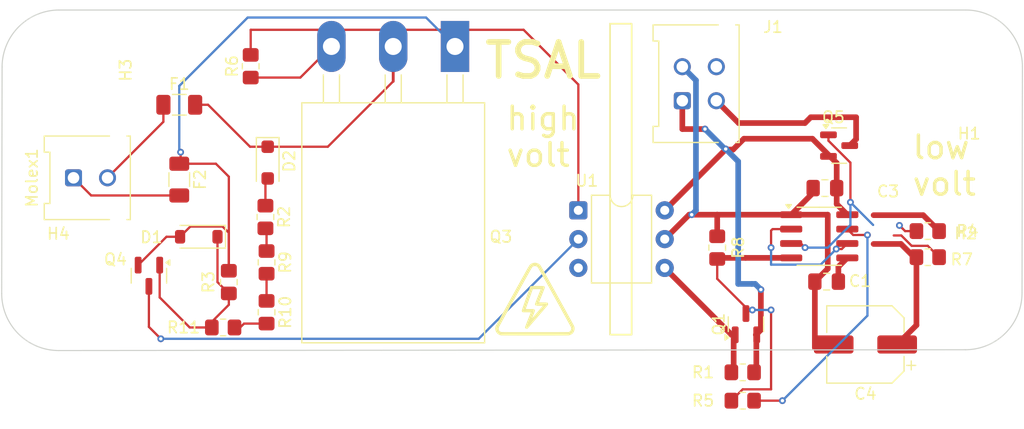
<source format=kicad_pcb>
(kicad_pcb (version 20241229) (generator "pcbnew") (generator_version "9.0")
  (layers (0 "F.Cu" signal) (2 "B.Cu" signal) (13 "F.Paste" user) (15 "B.Paste" user) (5 "F.SilkS" user "F.Silkscreen") (7 "B.SilkS" user "B.Silkscreen") (1 "F.Mask" user) (3 "B.Mask" user) (25 "Edge.Cuts" user))
  (net 0 "")
  (net 1 "Net-(D1-K)")
  (net 2 "/HV-")
  (net 3 "GLV+")
  (net 4 "Net-(Q1-D)")
  (net 5 "Net-(Q1-G)")
  (net 6 "Net-(Q3-S)")
  (net 7 "Net-(Q4-D)")
  (net 8 "Net-(R6-Pad2)")
  (net 10 "Net-(D2-A)")
  (net 11 "/HV+")
  (net 12 "Net-(U2-CV)")
  (net 13 "Light+")
  (net 14 "GND")
  (net 15 "Net-(Q5-G)")
  (net 16 "Net-(U2-THR)")
  (net 18 "Net-(R10-Pad2)")
  (net 19 "Net-(R10-Pad1)")
  (net 20 "Net-(R2-Pad2)")
  (net 21 "Net-(D2-K)")
  (net 22 "Net-(Molex1-Pin_1)")
  (net 23 "Net-(U2-DIS)")
  (footprint "MountingHole:MountingHole_4.3mm_M4" (layer "F.Cu") (at 109 80.5)
    (property "Reference" "H3" (at 5.9 0.3 90) (layer "F.SilkS"))
    (property "Value" "MountingHole")
    (pad "" np_thru_hole circle (at 0 0) (size 4.3 4.3) (drill 4.3) (layers "*.Cu" "*.Mask"))
  )
  (footprint "Resistor_SMD:R_0805_2012Metric_Pad1.20x1.40mm_HandSolder" (layer "F.Cu") (at 127.3282 97.7579 -90)
    (property "Reference" "R9" (at 0 -1.65 90) (layer "F.SilkS"))
    (property "Value" "240k")
    (pad "1" smd roundrect (at -1 0 270) (size 1.2 1.4) (layers "F.Cu" "F.Mask" "F.Paste") (roundrect_rratio 0.208333) (net 20 "Net-(R2-Pad2)"))
    (pad "2" smd roundrect (at 1 0 270) (size 1.2 1.4) (layers "F.Cu" "F.Mask" "F.Paste") (roundrect_rratio 0.208333) (net 19 "Net-(R10-Pad1)"))
  )
  (footprint "Resistor_SMD:R_0805_2012Metric_Pad1.20x1.40mm_HandSolder" (layer "F.Cu") (at 124 99.5 90)
    (property "Reference" "R3" (at 0 -1.8 90) (layer "F.SilkS"))
    (property "Value" "2M")
    (pad "1" smd roundrect (at -1 0 90) (size 1.2 1.4) (layers "F.Cu" "F.Mask" "F.Paste") (roundrect_rratio 0.208333) (net 1 "Net-(D1-K)"))
    (pad "2" smd roundrect (at 1 0 90) (size 1.2 1.4) (layers "F.Cu" "F.Mask" "F.Paste") (roundrect_rratio 0.208333) (net 2 "/HV-"))
  )
  (footprint "Capacitor_SMD:CP_Elec_6.3x5.4" (layer "F.Cu") (at 180.15 105 180)
    (property "Reference" "C4" (at 0 -4.35 0) (layer "F.SilkS"))
    (property "Value" "100uF")
    (pad "1" smd roundrect (at -2.8 0 180) (size 3.5 1.6) (layers "F.Cu" "F.Mask" "F.Paste") (roundrect_rratio 0.15625) (net 16 "Net-(U2-THR)"))
    (pad "2" smd roundrect (at 2.8 0 180) (size 3.5 1.6) (layers "F.Cu" "F.Mask" "F.Paste") (roundrect_rratio 0.15625) (net 14 "GND"))
  )
  (footprint "Connector_Molex:Molex_Micro-Fit_3.0_43045-0212_2x01_P3.00mm_Vertical" (layer "F.Cu") (at 110.3 90.3 90)
    (property "Reference" "Molex1" (at 0 -3.67 90) (layer "F.SilkS"))
    (property "Value" "043045-0212")
    (pad "" np_thru_hole circle (at -3 3.94 90) (size 1.02 1.02) (drill 1.02) (layers "*.Cu" "*.Mask"))
    (pad "" np_thru_hole circle (at 3 3.94 90) (size 1.02 1.02) (drill 1.02) (layers "*.Cu" "*.Mask"))
    (pad "1" thru_hole roundrect (at 0 0 90) (size 1.5 1.5) (drill 1.02) (layers "*.Cu" "*.Mask") (roundrect_rratio 0.166667) (net 22 "Net-(Molex1-Pin_1)"))
    (pad "2" thru_hole circle (at 0 3 90) (size 1.5 1.5) (drill 1.02) (layers "*.Cu" "*.Mask") (net 11 "/HV+"))
  )
  (footprint "Fuse:Fuse_1206_3216Metric" (layer "F.Cu") (at 119.6282 90.4579 -90)
    (property "Reference" "F2" (at 0 -1.83 270) (layer "F.SilkS"))
    (property "Value" "750mA")
    (pad "1" smd roundrect (at -1.4 0 270) (size 1.25 1.75) (layers "F.Cu" "F.Mask" "F.Paste") (roundrect_rratio 0.2) (net 2 "/HV-"))
    (pad "2" smd roundrect (at 1.4 0 270) (size 1.25 1.75) (layers "F.Cu" "F.Mask" "F.Paste") (roundrect_rratio 0.2) (net 22 "Net-(Molex1-Pin_1)"))
  )
  (footprint "Capacitor_SMD:C_0805_2012Metric_Pad1.18x1.45mm_HandSolder" (layer "F.Cu") (at 176.5782 91.2079)
    (property "Reference" "C3" (at 5.5718 0.2921 0) (layer "F.SilkS"))
    (property "Value" "1uF")
    (pad "1" smd roundrect (at -1.0375 0) (size 1.175 1.45) (layers "F.Cu" "F.Mask" "F.Paste") (roundrect_rratio 0.212766) (net 14 "GND"))
    (pad "2" smd roundrect (at 1.0375 0) (size 1.175 1.45) (layers "F.Cu" "F.Mask" "F.Paste") (roundrect_rratio 0.212766) (net 3 "GLV+"))
  )
  (footprint "Resistor_SMD:R_0805_2012Metric_Pad1.20x1.40mm_HandSolder" (layer "F.Cu") (at 169.3282 107.4579 180)
    (property "Reference" "R1" (at 3.5 0 0) (layer "F.SilkS"))
    (property "Value" "2k")
    (pad "1" smd roundrect (at -1 0 180) (size 1.2 1.4) (layers "F.Cu" "F.Mask" "F.Paste") (roundrect_rratio 0.208333) (net 3 "GLV+"))
    (pad "2" smd roundrect (at 1 0 180) (size 1.2 1.4) (layers "F.Cu" "F.Mask" "F.Paste") (roundrect_rratio 0.208333) (net 5 "Net-(Q1-G)"))
  )
  (footprint "Resistor_SMD:R_0805_2012Metric_Pad1.20x1.40mm_HandSolder" (layer "F.Cu") (at 127.2282 93.7579 -90)
    (property "Reference" "R2" (at 0 -1.65 90) (layer "F.SilkS"))
    (property "Value" "240k")
    (pad "1" smd roundrect (at -1 0 270) (size 1.2 1.4) (layers "F.Cu" "F.Mask" "F.Paste") (roundrect_rratio 0.208333) (net 10 "Net-(D2-A)"))
    (pad "2" smd roundrect (at 1 0 270) (size 1.2 1.4) (layers "F.Cu" "F.Mask" "F.Paste") (roundrect_rratio 0.208333) (net 20 "Net-(R2-Pad2)"))
  )
  (footprint "MountingHole:MountingHole_4.3mm_M4" (layer "F.Cu") (at 108.964466 100.535534)
    (property "Reference" "H4" (at 0 -5.3 0) (layer "F.SilkS"))
    (property "Value" "MountingHole")
    (pad "" np_thru_hole circle (at 0 0) (size 4.3 4.3) (drill 4.3) (layers "*.Cu" "*.Mask"))
  )
  (footprint "Capacitor_SMD:C_0805_2012Metric_Pad1.18x1.45mm_HandSolder" (layer "F.Cu") (at 176.7282 99.4579)
    (property "Reference" "C1" (at 2.95 -0.05 0) (layer "F.SilkS"))
    (property "Value" "0.1uF")
    (pad "1" smd roundrect (at -1.0375 0) (size 1.175 1.45) (layers "F.Cu" "F.Mask" "F.Paste") (roundrect_rratio 0.212766) (net 14 "GND"))
    (pad "2" smd roundrect (at 1.0375 0) (size 1.175 1.45) (layers "F.Cu" "F.Mask" "F.Paste") (roundrect_rratio 0.212766) (net 12 "Net-(U2-CV)"))
  )
  (footprint "Diode_SMD:D_SOD-123" (layer "F.Cu") (at 121.35 95.5 180)
    (property "Reference" "D1" (at 4.1782 -0.0421 0) (layer "F.SilkS"))
    (property "Value" "BZT52C12")
    (pad "1" smd roundrect (at -1.65 0 180) (size 0.9 1.2) (layers "F.Cu" "F.Mask" "F.Paste") (net 1 "Net-(D1-K)"))
    (pad "2" smd roundrect (at 1.65 0 180) (size 0.9 1.2) (layers "F.Cu" "F.Mask" "F.Paste") (net 2 "/HV-"))
  )
  (footprint "Resistor_SMD:R_0805_2012Metric_Pad1.20x1.40mm_HandSolder" (layer "F.Cu") (at 123.5 103.5 180)
    (property "Reference" "R11" (at 3.5 0 0) (layer "F.SilkS"))
    (property "Value" "240k")
    (pad "1" smd roundrect (at -1 0 180) (size 1.2 1.4) (layers "F.Cu" "F.Mask" "F.Paste") (roundrect_rratio 0.208333) (net 18 "Net-(R10-Pad2)"))
    (pad "2" smd roundrect (at 1 0 180) (size 1.2 1.4) (layers "F.Cu" "F.Mask" "F.Paste") (roundrect_rratio 0.208333) (net 1 "Net-(D1-K)"))
  )
  (footprint "Package_TO_SOT_SMD:SOT-23" (layer "F.Cu") (at 169.613201 103.2102 90)
    (property "Reference" "Q1" (at 0 -2.4 90) (layer "F.SilkS"))
    (property "Value" "DMP2035U-7")
    (pad "1" smd roundrect (at -0.9375 -0.95 90) (size 1.475 0.6) (layers "F.Cu" "F.Mask" "F.Paste") (net 5 "Net-(Q1-G)"))
    (pad "2" smd roundrect (at -0.9375 0.95 90) (size 1.475 0.6) (layers "F.Cu" "F.Mask" "F.Paste") (net 3 "GLV+"))
    (pad "3" smd roundrect (at 0.9375 0 90) (size 1.475 0.6) (layers "F.Cu" "F.Mask" "F.Paste") (net 4 "Net-(Q1-D)"))
  )
  (footprint "LOGO" (layer "F.Cu") (at 151 101)
    (property "Reference" "G***" (hide yes))
    (property "Value" "LOGO" (hide yes))
  )
  (footprint "MountingHole:MountingHole_4.3mm_M4" (layer "F.Cu") (at 189 100.5)
    (property "Reference" "H2" (at 0 -5.3 0) (layer "F.SilkS"))
    (property "Value" "MountingHole")
    (pad "" np_thru_hole circle (at 0 0) (size 4.3 4.3) (drill 4.3) (layers "*.Cu" "*.Mask"))
  )
  (footprint "Resistor_SMD:R_0805_2012Metric_Pad1.20x1.40mm_HandSolder" (layer "F.Cu") (at 167.0782 96.4579 -90)
    (property "Reference" "R8" (at 0 -1.85 90) (layer "F.SilkS"))
    (property "Value" "1k")
    (pad "1" smd roundrect (at -1 0 270) (size 1.2 1.4) (layers "F.Cu" "F.Mask" "F.Paste") (roundrect_rratio 0.208333) (net 14 "GND"))
    (pad "2" smd roundrect (at 1 0 270) (size 1.2 1.4) (layers "F.Cu" "F.Mask" "F.Paste") (roundrect_rratio 0.208333) (net 4 "Net-(Q1-D)"))
  )
  (footprint "Connector_Molex:Molex_Micro-Fit_3.0_43045-0412_2x02_P3.00mm_Vertical" (layer "F.Cu") (at 164 83.5 90)
    (property "Reference" "J1" (at 6.5 8 180) (layer "F.SilkS"))
    (property "Value" "043045-0412")
    (pad "" np_thru_hole circle (at -3 3.94 90) (size 1.02 1.02) (drill 1.02) (layers "*.Cu" "*.Mask"))
    (pad "" np_thru_hole circle (at 6 3.94 90) (size 1.02 1.02) (drill 1.02) (layers "*.Cu" "*.Mask"))
    (pad "1" thru_hole roundrect (at 0 0 90) (size 1.5 1.5) (drill 1.02) (layers "*.Cu" "*.Mask") (roundrect_rratio 0.166667) (net 3 "GLV+"))
    (pad "2" thru_hole circle (at 3 0 90) (size 1.5 1.5) (drill 1.02) (layers "*.Cu" "*.Mask") (net 14 "GND"))
    (pad "3" thru_hole circle (at 0 3 90) (size 1.5 1.5) (drill 1.02) (layers "*.Cu" "*.Mask") (net 13 "Light+"))
    (pad "4" thru_hole circle (at 3 3 90) (size 1.5 1.5) (drill 1.02) (layers "*.Cu" "*.Mask"))
  )
  (footprint "Resistor_SMD:R_0805_2012Metric_Pad1.20x1.40mm_HandSolder" (layer "F.Cu") (at 127.3282 102.1579 -90)
    (property "Reference" "R10" (at 0 -1.65 90) (layer "F.SilkS"))
    (property "Value" "240k")
    (pad "1" smd roundrect (at -1 0 270) (size 1.2 1.4) (layers "F.Cu" "F.Mask" "F.Paste") (roundrect_rratio 0.208333) (net 19 "Net-(R10-Pad1)"))
    (pad "2" smd roundrect (at 1 0 270) (size 1.2 1.4) (layers "F.Cu" "F.Mask" "F.Paste") (roundrect_rratio 0.208333) (net 18 "Net-(R10-Pad2)"))
  )
  (footprint "Resistor_SMD:R_0805_2012Metric_Pad1.20x1.40mm_HandSolder" (layer "F.Cu") (at 185.65 95)
    (property "Reference" "R4" (at 3.5 0 0) (layer "F.SilkS"))
    (property "Value" "1k")
    (pad "1" smd roundrect (at -1 0) (size 1.2 1.4) (layers "F.Cu" "F.Mask" "F.Paste") (roundrect_rratio 0.208333) (net 15 "Net-(Q5-G)"))
    (pad "2" smd roundrect (at 1 0) (size 1.2 1.4) (layers "F.Cu" "F.Mask" "F.Paste") (roundrect_rratio 0.208333) (net 3 "GLV+"))
  )
  (footprint "Resistor_SMD:R_0805_2012Metric_Pad1.20x1.40mm_HandSolder" (layer "F.Cu") (at 169.3282 109.9579)
    (property "Reference" "R5" (at -3.5 0 0) (layer "F.SilkS"))
    (property "Value" "100")
    (pad "1" smd roundrect (at -1 0) (size 1.2 1.4) (layers "F.Cu" "F.Mask" "F.Paste") (roundrect_rratio 0.208333) (net 4 "Net-(Q1-D)"))
    (pad "2" smd roundrect (at 1 0) (size 1.2 1.4) (layers "F.Cu" "F.Mask" "F.Paste") (roundrect_rratio 0.208333) (net 23 "Net-(U2-DIS)"))
  )
  (footprint "Package_DIP:DIP-6_W7.62mm" (layer "F.Cu") (at 154.8282 93.1679)
    (property "Reference" "U1" (at 0.752 -2.6058 0) (layer "F.SilkS"))
    (property "Value" "H11L1M")
    (pad "1" thru_hole roundrect (at 0 0) (size 1.6 1.6) (drill 0.8) (layers "*.Cu" "*.Mask") (roundrect_rratio 0.15625) (net 8 "Net-(R6-Pad2)"))
    (pad "2" thru_hole circle (at 0 2.54) (size 1.6 1.6) (drill 0.8) (layers "*.Cu" "*.Mask") (net 7 "Net-(Q4-D)"))
    (pad "3" thru_hole circle (at 0 5.08) (size 1.6 1.6) (drill 0.8) (layers "*.Cu" "*.Mask"))
    (pad "4" thru_hole circle (at 7.62 5.08) (size 1.6 1.6) (drill 0.8) (layers "*.Cu" "*.Mask") (net 5 "Net-(Q1-G)"))
    (pad "5" thru_hole circle (at 7.62 2.54) (size 1.6 1.6) (drill 0.8) (layers "*.Cu" "*.Mask") (net 14 "GND"))
    (pad "6" thru_hole circle (at 7.62 0) (size 1.6 1.6) (drill 0.8) (layers "*.Cu" "*.Mask") (net 3 "GLV+"))
  )
  (footprint "Diode_SMD:D_SOD-123F" (layer "F.Cu") (at 127.4282 88.9579 -90)
    (property "Reference" "D2" (at -0.127 -1.905 270) (layer "F.SilkS"))
    (property "Value" "BZT52C51")
    (pad "1" smd roundrect (at -1.4 0 270) (size 1.1 1.1) (layers "F.Cu" "F.Mask" "F.Paste") (roundrect_rratio 0.2272727273) (net 21 "Net-(D2-K)"))
    (pad "2" smd roundrect (at 1.4 0 270) (size 1.1 1.1) (layers "F.Cu" "F.Mask" "F.Paste") (roundrect_rratio 0.2272727273) (net 10 "Net-(D2-A)"))
  )
  (footprint "Fuse:Fuse_1206_3216Metric" (layer "F.Cu") (at 119.6282 83.8579)
    (property "Reference" "F1" (at 0 -1.83 0) (layer "F.SilkS"))
    (property "Value" "750mA")
    (pad "1" smd roundrect (at -1.4 0) (size 1.25 1.75) (layers "F.Cu" "F.Mask" "F.Paste") (roundrect_rratio 0.2) (net 11 "/HV+"))
    (pad "2" smd roundrect (at 1.4 0) (size 1.25 1.75) (layers "F.Cu" "F.Mask" "F.Paste") (roundrect_rratio 0.2) (net 21 "Net-(D2-K)"))
  )
  (footprint "Package_SO:SOIC-8_3.9x4.9mm_P1.27mm" (layer "F.Cu") (at 176.0782 95.4579)
    (property "Reference" "U2" (hide yes))
    (property "Value" "NE555D")
    (pad "1" smd roundrect (at -2.475 -1.905) (size 1.95 0.6) (layers "F.Cu" "F.Mask" "F.Paste") (net 14 "GND"))
    (pad "2" smd roundrect (at -2.475 -0.635) (size 1.95 0.6) (layers "F.Cu" "F.Mask" "F.Paste") (net 16 "Net-(U2-THR)"))
    (pad "3" smd roundrect (at -2.475 0.635) (size 1.95 0.6) (layers "F.Cu" "F.Mask" "F.Paste") (net 15 "Net-(Q5-G)"))
    (pad "4" smd roundrect (at -2.475 1.905) (size 1.95 0.6) (layers "F.Cu" "F.Mask" "F.Paste") (net 4 "Net-(Q1-D)"))
    (pad "5" smd roundrect (at 2.475 1.905) (size 1.95 0.6) (layers "F.Cu" "F.Mask" "F.Paste") (net 12 "Net-(U2-CV)"))
    (pad "6" smd roundrect (at 2.475 0.635) (size 1.95 0.6) (layers "F.Cu" "F.Mask" "F.Paste") (net 16 "Net-(U2-THR)"))
    (pad "7" smd roundrect (at 2.475 -0.635) (size 1.95 0.6) (layers "F.Cu" "F.Mask" "F.Paste") (net 23 "Net-(U2-DIS)"))
    (pad "8" smd roundrect (at 2.475 -1.905) (size 1.95 0.6) (layers "F.Cu" "F.Mask" "F.Paste") (net 3 "GLV+"))
  )
  (footprint "Resistor_SMD:R_0805_2012Metric_Pad1.20x1.40mm_HandSolder" (layer "F.Cu") (at 185.65 97.3)
    (property "Reference" "R7" (at 3 0.2 0) (layer "F.SilkS"))
    (property "Value" "3k")
    (pad "1" smd roundrect (at -1 0) (size 1.2 1.4) (layers "F.Cu" "F.Mask" "F.Paste") (roundrect_rratio 0.208333) (net 16 "Net-(U2-THR)"))
    (pad "2" smd roundrect (at 1 0) (size 1.2 1.4) (layers "F.Cu" "F.Mask" "F.Paste") (roundrect_rratio 0.208333) (net 23 "Net-(U2-DIS)"))
  )
  (footprint "Package_TO_SOT_THT:TO-247-3_Horizontal_TabDown" (layer "F.Cu") (at 143.95 78.7144 180)
    (property "Reference" "Q3" (at -4.05 -16.7856 0) (layer "F.SilkS"))
    (property "Value" "UJ3N065080K3S")
    (pad "" np_thru_hole circle (at 5.45 -19.86 180) (size 3.6 3.6) (drill 3.6) (layers "*.Cu" "*.Mask"))
    (pad "1" thru_hole rect (at 0 0 180) (size 2.5 4.5) (drill 1.5) (layers "*.Cu" "*.Mask") (net 2 "/HV-"))
    (pad "2" thru_hole oval (at 5.45 0 180) (size 2.5 4.5) (drill 1.5) (layers "*.Cu" "*.Mask") (net 21 "Net-(D2-K)"))
    (pad "3" thru_hole oval (at 10.9 0 180) (size 2.5 4.5) (drill 1.5) (layers "*.Cu" "*.Mask") (net 6 "Net-(Q3-S)"))
  )
  (footprint "Package_TO_SOT_SMD:SOT-23" (layer "F.Cu") (at 116.95 98.9375 -90)
    (property "Reference" "Q4" (at -1.4375 2.95 180) (layer "F.SilkS"))
    (property "Value" "DMN2056U")
    (pad "1" smd roundrect (at -0.9375 -0.95 270) (size 1.475 0.6) (layers "F.Cu" "F.Mask" "F.Paste") (net 1 "Net-(D1-K)"))
    (pad "2" smd roundrect (at -0.9375 0.95 270) (size 1.475 0.6) (layers "F.Cu" "F.Mask" "F.Paste") (net 2 "/HV-"))
    (pad "3" smd roundrect (at 0.9375 0 270) (size 1.475 0.6) (layers "F.Cu" "F.Mask" "F.Paste") (net 7 "Net-(Q4-D)"))
  )
  (footprint "Resistor_SMD:R_0805_2012Metric_Pad1.20x1.40mm_HandSolder" (layer "F.Cu") (at 125.9282 80.4579 90)
    (property "Reference" "R6" (at 0 -1.65 90) (layer "F.SilkS"))
    (property "Value" "5.6k")
    (pad "1" smd roundrect (at -1 0 90) (size 1.2 1.4) (layers "F.Cu" "F.Mask" "F.Paste") (roundrect_rratio 0.208333) (net 6 "Net-(Q3-S)"))
    (pad "2" smd roundrect (at 1 0 90) (size 1.2 1.4) (layers "F.Cu" "F.Mask" "F.Paste") (roundrect_rratio 0.208333) (net 8 "Net-(R6-Pad2)"))
  )
  (footprint "MountingHole:MountingHole_4.3mm_M4" (layer "F.Cu") (at 189 80.6)
    (property "Reference" "H1" (at 0.3 5.8 0) (layer "F.SilkS"))
    (property "Value" "MountingHole")
    (pad "" np_thru_hole circle (at 0 0) (size 4.3 4.3) (drill 4.3) (layers "*.Cu" "*.Mask"))
  )
  (footprint "Package_TO_SOT_SMD:SOT-23" (layer "F.Cu") (at 177.8282 87.4579)
    (property "Reference" "Q5" (at -0.5 -2.5 0) (layer "F.SilkS"))
    (property "Value" "AO3401A")
    (pad "1" smd roundrect (at -0.9375 -0.95) (size 1.475 0.6) (layers "F.Cu" "F.Mask" "F.Paste") (net 15 "Net-(Q5-G)"))
    (pad "2" smd roundrect (at -0.9375 0.95) (size 1.475 0.6) (layers "F.Cu" "F.Mask" "F.Paste") (net 3 "GLV+"))
    (pad "3" smd roundrect (at 0.9375 0) (size 1.475 0.6) (layers "F.Cu" "F.Mask" "F.Paste") (net 13 "Light+"))
  )
  (gr_rect (start 157.6257 76.7079) (end 159.5307 104.1329) (stroke (width 0.15)) (fill no) (layer "F.SilkS"))
  (gr_line (start 188.964466 105.464465) (end 109 105.535471) (stroke (width 0.1)) (layer "Edge.Cuts"))
  (gr_arc (start 193.964466 100.464466) (mid 192.5 104) (end 188.964466 105.464466) (stroke (width 0.1)) (layer "Edge.Cuts"))
  (gr_arc (start 103.999875 80.535534) (mid 105.474785 76.974785) (end 109.035534 75.499875) (stroke (width 0.1)) (layer "Edge.Cuts"))
  (gr_line (start 103.964529 100.5) (end 103.999959 80.500031) (stroke (width 0.1)) (layer "Edge.Cuts"))
  (gr_arc (start 189 75.5) (mid 192.535534 76.964466) (end 194 80.5) (stroke (width 0.1)) (layer "Edge.Cuts"))
  (gr_arc (start 109 105.535471) (mid 105.439384 104.060616) (end 103.964529 100.5) (stroke (width 0.1)) (layer "Edge.Cuts"))
  (gr_line (start 109 75.5) (end 189 75.5) (stroke (width 0.1)) (layer "Edge.Cuts"))
  (gr_line (start 194 80.5) (end 193.964465 100.464466) (stroke (width 0.1)) (layer "Edge.Cuts"))
  (gr_text "low \nvolt\n" (at 184.15 92 0) (layer "F.SilkS") (effects (font (size 2 2) (thickness 0.3)) (justify left bottom)))
  (gr_text "high \nvolt" (at 148.3282 89.4579 0) (layer "F.SilkS") (effects (font (size 2 2) (thickness 0.3)) (justify left bottom)))
  (gr_text "TSAL" (at 146.3282 81.7079 0) (layer "F.SilkS") (effects (font (size 3 3) (thickness 0.5) (bold yes)) (justify left bottom)))
  (segment (start 117.9 100.85) (end 120.55 103.5) (width 0.2) (layer "F.Cu") (net 1))
  (segment (start 117.9 98) (end 117.9 100.85) (width 0.2) (layer "F.Cu") (net 1))
  (segment (start 124 101.5) (end 124 100.5) (width 0.2) (layer "F.Cu") (net 1))
  (segment (start 123 99.5) (end 124 100.5) (width 0.2) (layer "F.Cu") (net 1))
  (segment (start 122.5 103) (end 124 101.5) (width 0.2) (layer "F.Cu") (net 1))
  (segment (start 123 95.5) (end 123 99.5) (width 0.2) (layer "F.Cu") (net 1))
  (segment (start 120.55 103.5) (end 122.5 103.5) (width 0.2) (layer "F.Cu") (net 1))
  (segment (start 122.5 103.5) (end 122.5 103) (width 0.2) (layer "F.Cu") (net 1))
  (segment (start 124 90.2) (end 122.8579 89.0579) (width 0.2) (layer "F.Cu") (net 2))
  (segment (start 119.6282 87.9179) (end 119.7482 88.0379) (width 0.2) (layer "F.Cu") (net 2))
  (segment (start 119.7 95.5) (end 120.601 94.599) (width 0.2) (layer "F.Cu") (net 2))
  (segment (start 119.7482 88.0379) (end 119.7482 88.9379) (width 0.2) (layer "F.Cu") (net 2))
  (segment (start 116 98) (end 118.5 95.5) (width 0.2) (layer "F.Cu") (net 2))
  (segment (start 122.8579 89.0579) (end 119.6282 89.0579) (width 0.2) (layer "F.Cu") (net 2))
  (segment (start 119.7482 88.9379) (end 119.6282 89.0579) (width 0.2) (layer "F.Cu") (net 2))
  (segment (start 124 90.2) (end 124 98.5) (width 0.2) (layer "F.Cu") (net 2))
  (segment (start 120.601 94.599) (end 123.44911 94.599) (width 0.2) (layer "F.Cu") (net 2))
  (segment (start 118.5 95.5) (end 119.7 95.5) (width 0.2) (layer "F.Cu") (net 2))
  (segment (start 124 95.14989) (end 124 98.5) (width 0.2) (layer "F.Cu") (net 2))
  (segment (start 123.44911 94.599) (end 124 95.14989) (width 0.2) (layer "F.Cu") (net 2))
  (via (at 119.7482 88.0379) (size 0.6) (drill 0.3) (layers "F.Cu" "B.Cu") (net 2))
  (segment (start 141.399 76.1634) (end 143.95 78.7144) (width 0.2) (layer "B.Cu") (net 2))
  (segment (start 125.660618 76.1634) (end 141.399 76.1634) (width 0.2) (layer "B.Cu") (net 2))
  (segment (start 119.6282 82.195818) (end 125.660618 76.1634) (width 0.2) (layer "B.Cu") (net 2))
  (segment (start 119.6282 87.9179) (end 119.6282 82.195818) (width 0.2) (layer "B.Cu") (net 2))
  (segment (start 143.9282 77.9579) (end 143.95 77.9797) (width 0.2) (layer "B.Cu") (net 2))
  (segment (start 178.5532 93.5529) (end 177.6157 92.6154) (width 0.5) (layer "F.Cu") (net 3))
  (segment (start 180.875 93.595) (end 185.245 93.595) (width 0.5) (layer "F.Cu") (net 3))
  (segment (start 170.9282 103.712699) (end 170.493199 104.1477) (width 0.5) (layer "F.Cu") (net 3))
  (segment (start 166 86) (end 164 86) (width 0.5) (layer "F.Cu") (net 3))
  (segment (start 170.9282 100.1579) (end 170.9282 103.712699) (width 0.5) (layer "F.Cu") (net 3))
  (segment (start 170.5282 107.0579) (end 170.5282 104.182701) (width 0.5) (layer "F.Cu") (net 3))
  (segment (start 167.8282 87.7579) (end 167.8078 87.7783) (width 0.5) (layer "F.Cu") (net 3))
  (segment (start 164 86) (end 164 83.5) (width 0.5) (layer "F.Cu") (net 3))
  (segment (start 177.6157 92.6154) (end 177.6157 91.2079) (width 0.5) (layer "F.Cu") (net 3))
  (segment (start 175.473078 86.852778) (end 177.6157 88.9954) (width 0.5) (layer "F.Cu") (net 3))
  (segment (start 185.245 93.595) (end 186.65 95) (width 0.5) (layer "F.Cu") (net 3))
  (segment (start 170.5282 104.182701) (end 170.493199 104.1477) (width 0.5) (layer "F.Cu") (net 3))
  (segment (start 167.8078 87.8083) (end 168.4778 87.8083) (width 0.5) (layer "F.Cu") (net 3))
  (segment (start 167.8078 87.7375) (end 167.8282 87.7579) (width 0.5) (layer "F.Cu") (net 3))
  (segment (start 169.433322 86.852778) (end 175.473078 86.852778) (width 0.5) (layer "F.Cu") (net 3))
  (segment (start 167.8078 87.8083) (end 162.4482 93.1679) (width 0.5) (layer "F.Cu") (net 3))
  (segment (start 168.4778 87.8083) (end 169.433322 86.852778) (width 0.5) (layer "F.Cu") (net 3))
  (segment (start 167.8078 87.7783) (end 167.8078 87.8083) (width 0.5) (layer "F.Cu") (net 3))
  (segment (start 177.6157 88.9954) (end 177.6157 91.2079) (width 0.5) (layer "F.Cu") (net 3))
  (via (at 166 86) (size 0.6) (drill 0.3) (layers "F.Cu" "B.Cu") (net 3))
  (via (at 170.9282 100.1579) (size 0.6) (drill 0.3) (layers "F.Cu" "B.Cu") (net 3))
  (via (at 167.8282 87.7579) (size 0.6) (drill 0.3) (layers "F.Cu" "B.Cu") (net 3))
  (segment (start 170.1282 99.6579) (end 170.4282 99.6579) (width 0.5) (layer "B.Cu") (net 3))
  (segment (start 167.8282 87.7579) (end 167.7579 87.7579) (width 0.5) (layer "B.Cu") (net 3))
  (segment (start 167.8282 87.7579) (end 168.9282 88.8579) (width 0.5) (layer "B.Cu") (net 3))
  (segment (start 168.9282 88.8579) (end 168.9282 99.6579) (width 0.5) (layer "B.Cu") (net 3))
  (segment (start 168.9282 99.6579) (end 170.1282 99.6579) (width 0.5) (layer "B.Cu") (net 3))
  (segment (start 167.7579 87.7579) (end 166 86) (width 0.5) (layer "B.Cu") (net 3))
  (segment (start 170.4282 99.6579) (end 170.9282 100.1579) (width 0.5) (layer "B.Cu") (net 3))
  (segment (start 173.6032 97.3629) (end 169.5782 97.3629) (width 0.5) (layer "F.Cu") (net 4))
  (segment (start 169.928001 101.9579) (end 169.613201 102.2727) (width 0.2) (layer "F.Cu") (net 4))
  (segment (start 170.1782 101.9579) (end 169.928001 101.9579) (width 0.2) (layer "F.Cu") (net 4))
  (segment (start 171.8282 108.9579) (end 171.8282 101.9579) (width 0.2) (layer "F.Cu") (net 4))
  (segment (start 169.3282 108.9579) (end 171.8282 108.9579) (width 0.2) (layer "F.Cu") (net 4))
  (segment (start 169.613201 102.2727) (end 169.613201 101.742901) (width 0.2) (layer "F.Cu") (net 4))
  (segment (start 168.3282 109.9579) (end 169.3282 108.9579) (width 0.2) (layer "F.Cu") (net 4))
  (segment (start 172.628201 97.3629) (end 173.6032 97.3629) (width 0.2) (layer "F.Cu") (net 4))
  (segment (start 167.1732 97.3629) (end 167.0782 97.4579) (width 0.5) (layer "F.Cu") (net 4))
  (segment (start 169.613201 101.742901) (end 167.0782 99.2079) (width 0.2) (layer "F.Cu") (net 4))
  (segment (start 167.0782 99.2079) (end 167.0782 97.4579) (width 0.2) (layer "F.Cu") (net 4))
  (segment (start 173.6282 97.3879) (end 173.6032 97.3629) (width 0.5) (layer "F.Cu") (net 4))
  (segment (start 169.5782 97.3629) (end 167.1732 97.3629) (width 0.5) (layer "F.Cu") (net 4))
  (via (at 170.1782 101.9579) (size 0.6) (drill 0.3) (layers "F.Cu" "B.Cu") (net 4))
  (via (at 171.8282 101.9579) (size 0.6) (drill 0.3) (layers "F.Cu" "B.Cu") (net 4))
  (segment (start 171.8282 101.9579) (end 170.1782 101.9579) (width 0.2) (layer "B.Cu") (net 4))
  (segment (start 168.5282 104.282701) (end 168.663201 104.1477) (width 0.5) (layer "F.Cu") (net 5))
  (segment (start 162.4482 98.2479) (end 168.348 104.1477) (width 0.5) (layer "F.Cu") (net 5))
  (segment (start 168.348 104.1477) (end 168.663201 104.1477) (width 0.5) (layer "F.Cu") (net 5))
  (segment (start 168.5282 107.0579) (end 168.5282 104.282701) (width 0.5) (layer "F.Cu") (net 5))
  (segment (start 130.3065 81.4579) (end 133.05 78.7144) (width 0.2) (layer "F.Cu") (net 6))
  (segment (start 125.9282 81.4579) (end 130.3065 81.4579) (width 0.2) (layer "F.Cu") (net 6))
  (segment (start 116.95 103.45) (end 118 104.5) (width 0.2) (layer "F.Cu") (net 7))
  (segment (start 116.95 99.875) (end 116.95 103.45) (width 0.2) (layer "F.Cu") (net 7))
  (via (at 118 104.5) (size 0.6) (drill 0.3) (layers "F.Cu" "B.Cu") (net 7))
  (segment (start 146.0361 104.5) (end 149.8282 100.7079) (width 0.2) (layer "B.Cu") (net 7))
  (segment (start 118 104.5) (end 146.0361 104.5) (width 0.2) (layer "B.Cu") (net 7))
  (segment (start 149.8282 100.7079) (end 154.8282 95.7079) (width 0.2) (layer "B.Cu") (net 7))
  (segment (start 125.9282 77.2459) (end 150.0012 77.2459) (width 0.2) (layer "F.Cu") (net 8))
  (segment (start 125.9282 79.4579) (end 125.9282 77.2459) (width 0.2) (layer "F.Cu") (net 8))
  (segment (start 150.0012 77.2459) (end 154.8282 82.0729) (width 0.2) (layer "F.Cu") (net 8))
  (segment (start 154.8282 82.0729) (end 154.8282 93.1679) (width 0.2) (layer "F.Cu") (net 8))
  (segment (start 127.2282 92.7579) (end 127.2282 90.5579) (width 0.2) (layer "F.Cu") (net 10))
  (segment (start 127.2282 90.5579) (end 127.4282 90.3579) (width 0.2) (layer "F.Cu") (net 10))
  (segment (start 112.8282 90.7579) (end 118.2282 85.3579) (width 0.2) (layer "F.Cu") (net 11))
  (segment (start 118.2282 85.3579) (end 118.2282 83.8579) (width 0.2) (layer "F.Cu") (net 11))
  (segment (start 177.7657 98.1504) (end 177.7657 99.4579) (width 0.5) (layer "F.Cu") (net 12))
  (segment (start 178.5532 97.3629) (end 177.7657 98.1504) (width 0.5) (layer "F.Cu") (net 12))
  (segment (start 168.9675 85.4675) (end 167 83.5) (width 0.5) (layer "F.Cu") (net 13))
  (segment (start 175.3282 84.9579) (end 179.3282 84.9579) (width 0.5) (layer "F.Cu") (net 13))
  (segment (start 179.3282 86.8954) (end 178.7657 87.4579) (width 0.5) (layer "F.Cu") (net 13))
  (segment (start 174.8186 85.4675) (end 168.9675 85.4675) (width 0.5) (layer "F.Cu") (net 13))
  (segment (start 174.8186 85.4675) (end 175.3282 84.9579) (width 0.5) (layer "F.Cu") (net 13))
  (segment (start 179.3282 84.9579) (end 179.3282 86.8954) (width 0.5) (layer "F.Cu") (net 13))
  (segment (start 162.4482 95.7079) (end 164.6032 93.5529) (width 0.5) (layer "F.Cu") (net 14))
  (segment (start 167.0782 95.4579) (end 167.0782 93.5529) (width 0.5) (layer "F.Cu") (net 14))
  (segment (start 176.8282 98.3204) (end 175.6907 99.4579) (width 0.5) (layer "F.Cu") (net 14))
  (segment (start 175.5407 91.2079) (end 175.5407 91.6154) (width 0.2) (layer "F.Cu") (net 14))
  (segment (start 162.5882 95.6679) (end 162.5932 95.6679) (width 1.2) (layer "F.Cu") (net 14))
  (segment (start 175.6907 99.4579) (end 175.6907 105.2954) (width 0.5) (layer "F.Cu") (net 14))
  (segment (start 164.6032 93.5529) (end 164.8282 93.5529) (width 0.5) (layer "F.Cu") (net 14))
  (segment (start 173.6032 93.5529) (end 176.8282 93.5529) (width 0.5) (layer "F.Cu") (net 14))
  (segment (start 167.0782 93.5529) (end 173.6032 93.5529) (width 0.5) (layer "F.Cu") (net 14))
  (segment (start 164.8282 93.5529) (end 167.0782 93.5529) (width 0.5) (layer "F.Cu") (net 14))
  (segment (start 175.5407 91.6154) (end 173.6032 93.5529) (width 0.5) (layer "F.Cu") (net 14))
  (segment (start 176.8282 93.5529) (end 176.8282 98.3204) (width 0.5) (layer "F.Cu") (net 14))
  (via (at 164.8282 93.5529) (size 0.6) (drill 0.3) (layers "F.Cu" "B.Cu") (net 14))
  (segment (start 165.201 93.1801) (end 165.201 81.701) (width 0.5) (layer "B.Cu") (net 14))
  (segment (start 164.8282 93.5529) (end 165.201 93.1801) (width 0.5) (layer "B.Cu") (net 14))
  (segment (start 165.201 81.701) (end 164 80.5) (width 0.5) (layer "B.Cu") (net 14))
  (segment (start 176.8907 87.028432) (end 178.8282 88.965932) (width 0.2) (layer "F.Cu") (net 15))
  (segment (start 183.65 95) (end 183.15 94.5) (width 0.2) (layer "F.Cu") (net 15))
  (segment (start 174.4632 96.0929) (end 174.8282 96.4579) (width 0.2) (layer "F.Cu") (net 15))
  (segment (start 176.8907 86.5079) (end 176.8907 87.028432) (width 0.2) (layer "F.Cu") (net 15))
  (segment (start 178.8282 88.965932) (end 178.8282 92.4579) (width 0.2) (layer "F.Cu") (net 15))
  (segment (start 184.65 95) (end 183.65 95) (width 0.2) (layer "F.Cu") (net 15))
  (segment (start 173.6032 96.0929) (end 174.4632 96.0929) (width 0.2) (layer "F.Cu") (net 15))
  (segment (start 183.15 94.5) (end 183.4 94.75) (width 0.2) (layer "F.Cu") (net 15))
  (via (at 183.15 94.5) (size 0.6) (drill 0.3) (layers "F.Cu" "B.Cu") (net 15))
  (via (at 178.8282 92.4579) (size 0.6) (drill 0.3) (layers "F.Cu" "B.Cu") (net 15))
  (via (at 174.8282 96.4579) (size 0.6) (drill 0.3) (layers "F.Cu" "B.Cu") (net 15))
  (segment (start 178.8282 92.4579) (end 178.8282 94.4579) (width 0.2) (layer "B.Cu") (net 15))
  (segment (start 174.8282 96.4579) (end 176.8282 96.4579) (width 0.2) (layer "B.Cu") (net 15))
  (segment (start 180.8282 94.4579) (end 178.8282 92.4579) (width 0.2) (layer "B.Cu") (net 15))
  (segment (start 178.8282 94.4579) (end 176.8282 96.4579) (width 0.2) (layer "B.Cu") (net 15))
  (segment (start 182.95 105) (end 184.65 103.3) (width 0.5) (layer "F.Cu") (net 16))
  (segment (start 185.001 97.851) (end 185.001 97.3) (width 0.2) (layer "F.Cu") (net 16))
  (segment (start 183.285 96.135) (end 184.45 97.3) (width 0.5) (layer "F.Cu") (net 16))
  (segment (start 173.6032 94.8229) (end 171.9632 94.8229) (width 0.2) (layer "F.Cu") (net 16))
  (segment (start 184.35 97.4) (end 184.35 97.6375) (width 0.5) (layer "F.Cu") (net 16))
  (segment (start 184.45 97.3) (end 184.35 97.4) (width 0.5) (layer "F.Cu") (net 16))
  (segment (start 184.65 103.3) (end 184.65 97.3) (width 0.5) (layer "F.Cu") (net 16))
  (segment (start 178.5532 96.0929) (end 178.04173 96.0929) (width 0.5) (layer "F.Cu") (net 16))
  (segment (start 171.8282 94.9579) (end 171.8282 96.4579) (width 0.2) (layer "F.Cu") (net 16))
  (segment (start 177.578199 96.580002) (end 178.066098 96.580002) (width 0.2) (layer "F.Cu") (net 16))
  (segment (start 180.875 96.135) (end 183.285 96.135) (width 0.5) (layer "F.Cu") (net 16))
  (segment (start 178.066098 96.580002) (end 178.5532 96.0929) (width 0.2) (layer "F.Cu") (net 16))
  (segment (start 171.9632 94.8229) (end 171.8282 94.9579) (width 0.2) (layer "F.Cu") (net 16))
  (via (at 171.8282 96.4579) (size 0.6) (drill 0.3) (layers "F.Cu" "B.Cu") (net 16))
  (via (at 177.578199 96.580002) (size 0.6) (drill 0.3) (layers "F.Cu" "B.Cu") (net 16))
  (segment (start 176.200301 97.9579) (end 177.578199 96.580002) (width 0.2) (layer "B.Cu") (net 16))
  (segment (start 171.8282 96.4579) (end 171.8282 97.9579) (width 0.2) (layer "B.Cu") (net 16))
  (segment (start 171.8282 97.9579) (end 176.200301 97.9579) (width 0.2) (layer "B.Cu") (net 16))
  (segment (start 125.3421 103.1579) (end 127.3282 103.1579) (width 0.2) (layer "F.Cu") (net 18))
  (segment (start 124.5 103.5) (end 125 103.5) (width 0.2) (layer "F.Cu") (net 18))
  (segment (start 125 103.5) (end 125.3421 103.1579) (width 0.2) (layer "F.Cu") (net 18))
  (segment (start 127.3282 101.1579) (end 127.3282 98.7579) (width 0.2) (layer "F.Cu") (net 19))
  (segment (start 127.3282 94.8579) (end 127.2282 94.7579) (width 0.2) (layer "F.Cu") (net 20))
  (segment (start 127.3282 96.7579) (end 127.3282 94.8579) (width 0.2) (layer "F.Cu") (net 20))
  (segment (start 121.2282 83.8579) (end 121.3282 83.9579) (width 0.2) (layer "F.Cu") (net 21))
  (segment (start 121.4282 83.8579) (end 122.1682 83.8579) (width 0.2) (layer "F.Cu") (net 21))
  (segment (start 122.1682 83.8579) (end 125.8682 87.5579) (width 0.2) (layer "F.Cu") (net 21))
  (segment (start 138.5 81.7906) (end 138.5 78.7144) (width 0.25) (layer "F.Cu") (net 21))
  (segment (start 132.7327 87.5579) (end 138.5 81.7906) (width 0.2) (layer "F.Cu") (net 21))
  (segment (start 125.8682 87.5579) (end 127.4282 87.5579) (width 0.2) (layer "F.Cu") (net 21))
  (segment (start 121.3282 83.9579) (end 121.4282 83.8579) (width 0.2) (layer "F.Cu") (net 21))
  (segment (start 127.4282 87.5579) (end 132.7327 87.5579) (width 0.2) (layer "F.Cu") (net 21))
  (segment (start 121.0282 83.8579) (end 121.2282 83.8579) (width 0.2) (layer "F.Cu") (net 21))
  (segment (start 119.6282 91.8579) (end 119.5382 91.9479) (width 0.2) (layer "F.Cu") (net 22))
  (segment (start 110.3 90.3) (end 111.8579 91.8579) (width 0.2) (layer "F.Cu") (net 22))
  (segment (start 111.8579 91.8579) (end 119.6282 91.8579) (width 0.2) (layer "F.Cu") (net 22))
  (segment (start 172.8282 109.9579) (end 170.3282 109.9579) (width 0.2) (layer "F.Cu") (net 23))
  (segment (start 180.3282 95.3429) (end 179.0732 95.3429) (width 0.2) (layer "F.Cu") (net 23))
  (segment (start 186.65 97.3) (end 185.649 96.299) (width 0.2) (layer "F.Cu") (net 23))
  (segment (start 179.0732 95.3429) (end 178.5532 94.8229) (width 0.2) (layer "F.Cu") (net 23))
  (segment (start 184.228232 96.299) (end 183.314232 95.385) (width 0.2) (layer "F.Cu") (net 23))
  (segment (start 183.314232 95.385) (end 182.65 95.385) (width 0.2) (layer "F.Cu") (net 23))
  (segment (start 185.649 96.299) (end 184.228232 96.299) (width 0.2) (layer "F.Cu") (net 23))
  (via (at 180.3282 95.3429) (size 0.6) (drill 0.3) (layers "F.Cu" "B.Cu") (net 23))
  (via (at 172.8282 109.9579) (size 0.6) (drill 0.3) (layers "F.Cu" "B.Cu") (net 23))
  (segment (start 180.3282 95.3429) (end 180.3282 102.4579) (width 0.2) (layer "B.Cu") (net 23))
  (segment (start 180.3282 102.4579) (end 172.8282 109.9579) (width 0.2) (layer "B.Cu") (net 23))
)
</source>
